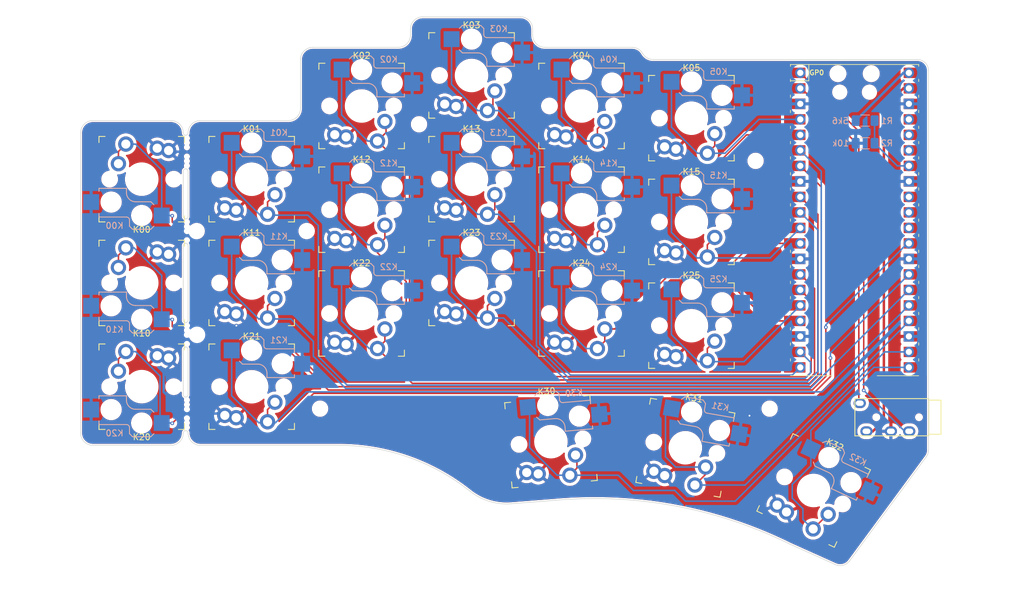
<source format=kicad_pcb>
(kicad_pcb (version 20240108) (generator "pcbnew") (generator_version "8.0")
  (title_block (rev "rev1.0"))
  (layers (0 "F.Cu" signal) (31 "B.Cu" signal) (34 "B.Paste" user) (35 "F.Paste" user) (36 "B.SilkS" user "B.Silkscreen") (37 "F.SilkS" user "F.Silkscreen") (38 "B.Mask" user) (39 "F.Mask" user) (44 "Edge.Cuts" user))
  (net 0 "")
  (net 1 "GND")
  (net 2 "/k00")
  (net 3 "/k01")
  (net 4 "/k02")
  (net 5 "/k03")
  (net 6 "/k04")
  (net 7 "/k05")
  (net 8 "/k10")
  (net 9 "/k11")
  (net 10 "/k12")
  (net 11 "/k13")
  (net 12 "/k14")
  (net 13 "/k15")
  (net 14 "/k20")
  (net 15 "/k21")
  (net 16 "/k22")
  (net 17 "/k23")
  (net 18 "/k24")
  (net 19 "/k25")
  (net 20 "/k30")
  (net 21 "/k31")
  (net 22 "/k32")
  (net 23 "rx")
  (net 24 "tx")
  (net 25 "VBUS")
  (net 26 "vbus_sense")
  (net 33 "VCC")
  (footprint "Socket:Kailh_ks27_mx_socket_PG1350_optional" (layer "F.Cu") (at 164 94)
    (property "Reference" "K25")
    (property "Value" "KEYSW")
  )
  (footprint "Socket:Kailh_ks27_mx_socket_PG1350_optional" (layer "F.Cu") (at 146 92)
    (property "Reference" "K24")
    (property "Value" "KEYSW")
  )
  (footprint "Socket:Kailh_ks27_mx_socket_PG1350_optional" (layer "F.Cu") (at 92 104)
    (property "Reference" "K21")
    (property "Value" "KEYSW")
  )
  (footprint "Socket:Kailh_ks27_mx_socket_PG1350_optional" (layer "F.Cu") (at 110 58)
    (property "Reference" "K02")
    (property "Value" "KEYSW")
  )
  (footprint "beekeeb_lib:MountingHole_2.2mm_M2-8mm" (layer "F.Cu") (at 103.2 107.6)
    (property "Reference" "H4" (hide yes))
    (property "Value" "MountingHole")
  )
  (footprint "Socket:Kailh_ks27_mx_socket_PG1350_optional" (layer "F.Cu") (at 74 87 180)
    (property "Reference" "K10")
    (property "Value" "KEYSW")
  )
  (footprint "RPi_Pico:RPi_Pico_SMD_TH" (layer "F.Cu") (at 190.7032 76.708)
    (property "Reference" "U2" (hide yes))
    (property "Value" "Pico")
  )
  (footprint "Socket:Kailh_ks27_mx_socket_PG1350_optional" (layer "F.Cu") (at 146 58)
    (property "Reference" "K04")
    (property "Value" "KEYSW")
  )
  (footprint "Socket:Kailh_ks27_mx_socket_PG1350_optional" (layer "F.Cu") (at 110 75)
    (property "Reference" "K12")
    (property "Value" "KEYSW")
  )
  (footprint "beekeeb_lib:MountingHole_2.2mm_M2-8mm" (layer "F.Cu") (at 174.5 67)
    (property "Reference" "H2" (hide yes))
    (property "Value" "MountingHole")
  )
  (footprint "Socket:Kailh_ks27_mx_socket_PG1350_optional" (layer "F.Cu") (at 141 113 5)
    (property "Reference" "K30")
    (property "Value" "KEYSW")
  )
  (footprint "beekeeb_lib:MountingHole_2.2mm_M2-8mm" (layer "F.Cu") (at 83 95.5)
    (property "Reference" "H4" (hide yes))
    (property "Value" "MountingHole")
  )
  (footprint "Socket:Kailh_ks27_mx_socket_PG1350_optional" (layer "F.Cu") (at 92 70)
    (property "Reference" "K01")
    (property "Value" "KEYSW")
  )
  (footprint "beekeeb_lib:mousebites_2" (layer "F.Cu") (at 81.4 78.5 90)
    (property "Reference" "MB1" (hide yes))
    (property "Value" "MountingHole" (hide yes))
  )
  (footprint "beekeeb_lib:mousebites_3" (layer "F.Cu") (at 81.4 108.4352 90)
    (property "Reference" "MB3" (hide yes))
    (property "Value" "MountingHole" (hide yes))
  )
  (footprint "beekeeb_lib:mousebites_2" (layer "F.Cu") (at 81.4 95.5 90)
    (property "Reference" "MB2" (hide yes))
    (property "Value" "MountingHole" (hide yes))
  )
  (footprint "Socket:Kailh_ks27_mx_socket_PG1350_optional" (layer "F.Cu") (at 146 75)
    (property "Reference" "K14")
    (property "Value" "KEYSW")
  )
  (footprint "Socket:Kailh_ks27_mx_socket_PG1350_optional" (layer "F.Cu") (at 128 87)
    (property "Reference" "K23")
    (property "Value" "KEYSW")
  )
  (footprint "Socket:Kailh_ks27_mx_socket_PG1350_optional" (layer "F.Cu") (at 128 53)
    (property "Reference" "K03")
    (property "Value" "KEYSW")
  )
  (footprint "beekeeb_lib:MountingHole_2.2mm_M2-8mm" (layer "F.Cu") (at 83 78.5)
    (property "Reference" "H4" (hide yes))
    (property "Value" "MountingHole")
  )
  (footprint "beekeeb_lib:MountingHole_2.2mm_M2-8mm" (layer "F.Cu") (at 119.4 61)
    (property "Reference" "H1" (hide yes))
    (property "Value" "MountingHole")
  )
  (footprint "Socket:Kailh_ks27_mx_socket_PG1350_optional" (layer "F.Cu") (at 110 92)
    (property "Reference" "K22")
    (property "Value" "KEYSW")
  )
  (footprint "Keebio-Parts:TRRS-PJ-320A" (layer "F.Cu") (at 202.85 109 -90)
    (property "Reference" "J1" (hide yes))
    (property "Value" "TRRS")
  )
  (footprint "Socket:Kailh_ks27_mx_socket_PG1350_optional" (layer "F.Cu") (at 164 77)
    (property "Reference" "K15")
    (property "Value" "KEYSW")
  )
  (footprint "beekeeb_lib:MountingHole_2.2mm_M2-8mm" (layer "F.Cu") (at 176.8 107.6)
    (property "Reference" "H3" (hide yes))
    (property "Value" "MountingHole")
  )
  (footprint "beekeeb_lib:MountingHole_2.2mm_M2-8mm" (layer "F.Cu") (at 101 78.5)
    (property "Reference" "H1" (hide yes))
    (property "Value" "MountingHole")
  )
  (footprint "Socket:Kailh_ks27_mx_socket_PG1350_optional" (layer "F.Cu") (at 184 121 -25)
    (property "Reference" "K32")
    (property "Value" "KEYSW")
  )
  (footprint "Socket:Kailh_ks27_mx_socket_PG1350_optional" (layer "F.Cu") (at 92 87)
    (property "Reference" "K11")
    (property "Value" "KEYSW")
  )
  (footprint "Socket:Kailh_ks27_mx_socket_PG1350_optional" (layer "F.Cu") (at 164 60)
    (property "Reference" "K05")
    (property "Value" "KEYSW")
  )
  (footprint "beekeeb_lib:mousebites_3" (layer "F.Cu") (at 81.4 65.5352 90)
    (property "Reference" "MB4" (hide yes))
    (property "Value" "MountingHole" (hide yes))
  )
  (footprint "Socket:Kailh_ks27_mx_socket_PG1350_optional" (layer "F.Cu") (at 74 104 180)
    (property "Reference" "K20")
    (property "Value" "KEYSW")
  )
  (footprint "Socket:Kailh_ks27_mx_socket_PG1350_optional" (layer "F.Cu") (at 128 70)
    (property "Reference" "K13")
    (property "Value" "KEYSW")
  )
  (footprint "Socket:Kailh_ks27_mx_socket_PG1350_optional" (layer "F.Cu") (at 74 70 180)
    (property "Reference" "K00")
    (property "Value" "KEYSW")
  )
  (footprint "Socket:Kailh_ks27_mx_socket_PG1350_optional" (layer "F.Cu") (at 163 114 -10)
    (property "Reference" "K31")
    (property "Value" "KEYSW")
  )
  (footprint "Resistor_SMD:R_1206_3216Metric_Pad1.30x1.75mm_HandSolder" (layer "B.Cu") (at 192.4304 64.1096 180)
    (property "Reference" "R2")
    (property "Value" "10k")
  )
  (footprint "Resistor_SMD:R_1206_3216Metric_Pad1.30x1.75mm_HandSolder" (layer "B.Cu") (at 192.4304 60.4012)
    (property "Reference" "R1")
    (property "Value" "5k6")
  )
  (gr_line (start 81.6 97.9) (end 81.6 105.3) (stroke (width 0.1)) (layer "Edge.Cuts"))
  (gr_arc (start 201 50.4) (mid 202.272792 50.927208) (end 202.8 52.2) (stroke (width 0.1)) (layer "Edge.Cuts"))
  (gr_line (start 98 60.4) (end 83.6 60.4) (stroke (width 0.1)) (layer "Edge.Cuts"))
  (gr_arc (start 100 50.4) (mid 100.585786 48.985786) (end 102 48.4) (stroke (width 0.1)) (layer "Edge.Cuts"))
  (gr_line (start 83.6 113.6) (end 106.5 113.6) (stroke (width 0.1)) (layer "Edge.Cuts"))
  (gr_line (start 189.949999 132.449999) (end 202.434044 115.487896) (stroke (width 0.1)) (layer "Edge.Cuts"))
  (gr_arc (start 134.5 123.175) (mid 130.930967 122.788889) (end 127.75 121.125) (stroke (width 0.1)) (layer "Edge.Cuts"))
  (gr_arc (start 118 45.4) (mid 118.585786 43.985786) (end 120 43.4) (stroke (width 0.1)) (layer "Edge.Cuts"))
  (gr_arc (start 78.8 60.4) (mid 80.214214 60.985786) (end 80.8 62.4) (stroke (width 0.1)) (layer "Edge.Cuts"))
  (gr_line (start 201 50.4) (end 157.750002 50.399998) (stroke (width 0.1)) (layer "Edge.Cuts"))
  (gr_line (start 118 45.4) (end 118 46.4) (stroke (width 0.1)) (layer "Edge.Cuts"))
  (gr_arc (start 81.6 62.4) (mid 81.2 62.8) (end 80.8 62.4) (stroke (width 0.1)) (layer "Edge.Cuts"))
  (gr_line (start 138 46.4) (end 138 45.4) (stroke (width 0.1)) (layer "Edge.Cuts"))
  (gr_line (start 81.6 68.7) (end 81.6 76.1) (stroke (width 0.1)) (layer "Edge.Cuts"))
  (gr_arc (start 81.6 93.1) (mid 81.2 93.5) (end 80.8 93.1) (stroke (width 0.1)) (layer "Edge.Cuts"))
  (gr_arc (start 80.8 111.6) (mid 81.2 111.2) (end 81.6 111.6) (stroke (width 0.1)) (layer "Edge.Cuts"))
  (gr_arc (start 81.6 76.1) (mid 81.2 76.5) (end 80.8 76.1) (stroke (width 0.1)) (layer "Edge.Cuts"))
  (gr_arc (start 80.8 111.6) (mid 80.214214 113.014214) (end 78.8 113.6) (stroke (width 0.1)) (layer "Edge.Cuts"))
  (gr_line (start 80.8 97.9) (end 80.8 105.3) (stroke (width 0.1)) (layer "Edge.Cuts"))
  (gr_arc (start 202.8 114.4) (mid 202.70606 114.973899) (end 202.434044 115.487896) (stroke (width 0.1)) (layer "Edge.Cuts"))
  (gr_line (start 100 50.4) (end 100 58.4) (stroke (width 0.1)) (layer "Edge.Cuts"))
  (gr_arc (start 80.8 68.7) (mid 81.2 68.3) (end 81.6 68.7) (stroke (width 0.1)) (layer "Edge.Cuts"))
  (gr_line (start 78.8 60.4) (end 66 60.4) (stroke (width 0.1)) (layer "Edge.Cuts"))
  (gr_line (start 66 113.6) (end 78.8 113.6) (stroke (width 0.1)) (layer "Edge.Cuts"))
  (gr_arc (start 136 43.4) (mid 137.414214 43.985786) (end 138 45.4) (stroke (width 0.1)) (layer "Edge.Cuts"))
  (gr_arc (start 118 46.4) (mid 117.414214 47.814214) (end 116 48.4) (stroke (width 0.1)) (layer "Edge.Cuts"))
  (gr_arc (start 66 113.6) (mid 64.585786 113.014214) (end 64 111.6) (stroke (width 0.1)) (layer "Edge.Cuts"))
  (gr_line (start 202.8 114.4) (end 202.8 113.2) (stroke (width 0.1)) (layer "Edge.Cuts"))
  (gr_line (start 141.8 122.600001) (end 134.5 123.175) (stroke (width 0.1)) (layer "Edge.Cuts"))
  (gr_line (start 180.129399 129.8) (end 187.513868 133.121447) (stroke (width 0.1)) (layer "Edge.Cuts"))
  (gr_arc (start 83.6 113.6) (mid 82.185786 113.014214) (end 81.6 111.6) (stroke (width 0.1)) (layer "Edge.Cuts"))
  (gr_arc (start 140 48.4) (mid 138.585786 47.814214) (end 138 46.4) (stroke (width 0.1)) (layer "Edge.Cuts"))
  (gr_line (start 80.8 68.7) (end 80.8 76.1) (stroke (width 0.1)) (layer "Edge.Cuts"))
  (gr_arc (start 157.750002 50.399998) (mid 156.742216 50.132373) (end 156 49.4) (stroke (width 0.1)) (layer "Edge.Cuts"))
  (gr_line (start 64 62.4) (end 64 111.6) (stroke (width 0.1)) (layer "Edge.Cuts"))
  (gr_arc (start 80.8 97.9) (mid 81.2 97.5) (end 81.6 97.9) (stroke (width 0.1)) (layer "Edge.Cuts"))
  (gr_line (start 80.8 80.9) (end 80.8 93.1) (stroke (width 0.1)) (layer "Edge.Cuts"))
  (gr_arc (start 80.8 80.9) (mid 81.2 80.5) (end 81.6 80.9) (stroke (width 0.1)) (layer "Edge.Cuts"))
  (gr_line (start 136 43.4) (end 120 43.4) (stroke (width 0.1)) (layer "Edge.Cuts"))
  (gr_arc (start 64 62.4) (mid 64.585786 60.985786) (end 66 60.4) (stroke (width 0.1)) (layer "Edge.Cuts"))
  (gr_arc (start 106.5 113.600001) (mid 117.756229 115.57996) (end 127.75 121.125) (stroke (width 0.1)) (layer "Edge.Cuts"))
  (gr_line (start 116 48.4) (end 102 48.4) (stroke (width 0.1)) (layer "Edge.Cuts"))
  (gr_arc (start 154.3 48.4) (mid 155.286154 48.668538) (end 156 49.4) (stroke (width 0.1)) (layer "Edge.Cuts"))
  (gr_line (start 81.6 80.9) (end 81.6 93.1) (stroke (width 0.1)) (layer "Edge.Cuts"))
  (gr_line (start 202.8 113.2) (end 202.8 52.2) (stroke (width 0.1)) (layer "Edge.Cuts"))
  (gr_arc (start 81.6 105.3) (mid 81.2 105.7) (end 80.8 105.3) (stroke (width 0.1)) (layer "Edge.Cuts"))
  (gr_arc (start 100 58.4) (mid 99.414214 59.814214) (end 98 60.4) (stroke (width 0.1)) (layer "Edge.Cuts"))
  (gr_arc (start 81.6 62.4) (mid 82.185786 60.985786) (end 83.6 60.4) (stroke (width 0.1)) (layer "Edge.Cuts"))
  (gr_arc (start 189.949999 132.449999) (mid 188.858511 133.244969) (end 187.513868 133.121447) (stroke (width 0.1)) (layer "Edge.Cuts"))
  (gr_line (start 154.3 48.4) (end 140 48.4) (stroke (width 0.1)) (layer "Edge.Cuts"))
  (gr_arc (start 141.8 122.600001) (mid 161.459797 123.564333) (end 180.129399 129.8) (stroke (width 0.1)) (layer "Edge.Cuts"))
  (segment (start 199.5932 95.758) (end 198.3432 95.758) (width 0.4) (layer "F.Cu") (net 1))
  (segment (start 198.3432 95.758) (end 196.65 97.4512) (width 0.4) (layer "F.Cu") (net 1))
  (segment (start 196.65 97.4512) (end 196.65 111.3) (width 0.4) (layer "F.Cu") (net 1))
  (via (at 89.5 94) (size 0.6) (drill 0.3) (layers "F.Cu" "B.Cu") (net 1))
  (via (at 173.5 108.75) (size 0.6) (drill 0.3) (layers "F.Cu" "B.Cu") (net 1))
  (segment (start 84 67.2) (end 84 70.8) (width 0.4) (layer "B.Cu") (net 1))
  (segment (start 87 107.8) (end 86.4 108.4) (width 0.4) (layer "B.Cu") (net 1))
  (segment (start 86.4 108.4) (end 81.125527 108.4) (width 0.4) (layer "B.Cu") (net 1))
  (segment (start 84 70.8) (end 87 73.8) (width 0.4) (layer "B.Cu") (net 1))
  (segment (start 82.3 65.5) (end 84 67.2) (width 0.4) (layer "B.Cu") (net 1))
  (segment (start 79.7 65.5) (end 82.3 65.5) (width 0.4) (layer "B.Cu") (net 1))
  (segment (start 77.6 101.6) (end 79 100.2) (width 0.4) (layer "B.Cu") (net 1))
  (segment (start 79 66.2) (end 79.7 65.5) (width 0.4) (layer "B.Cu") (net 1))
  (segment (start 77.6 104.874473) (end 77.6 101.6) (width 0.4) (layer "B.Cu") (net 1))
  (segment (start 81.125527 108.4) (end 77.6 104.874473) (width 0.4) (layer "B.Cu") (net 1))
  (segment (start 183.532555 103.999081) (end 185.249999 102.281637) (width 0.25) (layer "F.Cu") (net 2))
  (segment (start 185.249999 102.281637) (end 185.25 71.2548) (width 0.25) (layer "F.Cu") (net 2))
  (segment (start 81.658686 79.375479) (end 82.1 79.816793) (width 0.25) (layer "F.Cu") (net 2))
  (segment (start 70.19 65.46) (end 71.4 64.25) (width 0.25) (layer "F.Cu") (net 2))
  (segment (start 79 77) (end 81.375479 79.375479) (width 0.25) (layer "F.Cu") (net 2))
  (segment (start 79 76) (end 79 77) (width 0.25) (layer "F.Cu") (net 2))
  (segment (start 95.601649 94.824511) (end 104.776219 103.999081) (width 0.25) (layer "F.Cu") (net 2))
  (segment (start 82.1 91.5) (end 85.424511 94.824511) (width 0.25) (layer "F.Cu") (net 2))
  (segment (start 104.776219 103.999081) (end 183.532555 103.999081) (width 0.25) (layer "F.Cu") (net 2))
  (segment (start 70.19 67.46) (end 70.19 65.46) (width 0.25) (layer "F.Cu") (net 2))
  (segment (start 185.25 71.2548) (end 181.8132 67.818) (width 0.25) (layer "F.Cu") (net 2))
  (segment (start 82.1 79.816793) (end 82.1 91.5) (width 0.25) (layer "F.Cu") (net 2))
  (segment (start 81.375479 79.375479) (end 81.658686 79.375479) (width 0.25) (layer "F.Cu") (net 2))
  (segment (start 85.424511 94.824511) (end 95.601649 94.824511) (width 0.25) (layer "F.Cu") (net 2))
  (via (at 79 76) (size 0.6) (drill 0.3) (layers "F.Cu" "B.Cu") (net 2))
  (segment (start 78.95 75.95) (end 77.275 75.95) (width 0.25) (layer "B.Cu") (net 2))
  (segment (start 71.4 64.25) (end 73 64.25) (width 0.25) (layer "B.Cu") (net 2))
  (segment (start 77.275 68.525) (end 77.275 75.95) (width 0.25) (layer "B.Cu") (net 2))
  (segment (start 79 76) (end 78.95 75.95) (width 0.25) (layer "B.Cu") (net 2))
  (segment (start 73 64.25) (end 77.275 68.525) (width 0.25) (layer "B.Cu") (net 2))
  (segment (start 94.6 75.75) (end 94.6 73.75) (width 0.25) (layer "F.Cu") (net 3))
  (segment (start 94.6 73.75) (end 95.81 72.54) (width 0.25) (layer "F.Cu") (net 3))
  (segment (start 181.8132 65.278) (end 185.25 68.7148) (width 0.25) (layer "B.Cu") (net 3))
  (segment (start 101.2 75.9) (end 93.4 75.9) (width 0.25) (layer "B.Cu") (net 3))
  (segment (start 88.725 71.225) (end 88.725 64.05) (width 0.25) (layer "B.Cu") (net 3))
  (segment (start 183.204543 103.749519) (end 107.626657 103.749519) (width 0.25) (layer "B.Cu") (net 3))
  (segment (start 185.25 68.7148) (end 185.25 101.704062) (width 0.25) (layer "B.Cu") (net 3))
  (segment (start 102.9 77.6) (end 101.2 75.9) (width 0.25) (layer "B.Cu") (net 3))
  (segment (start 102.9 99.022862) (end 102.9 77.6) (width 0.25) (layer "B.Cu") (net 3))
  (segment (start 93.4 75.9) (end 88.725 71.225) (width 0.25) (layer "B.Cu") (net 3))
  (segment (start 107.626657 103.749519) (end 102.9 99.022862) (width 0.25) (layer "B.Cu") (net 3))
  (segment (start 185.25 101.704062) (end 183.204543 103.749519) (width 0.25) (layer "B.Cu") (net 3))
  (segment (start 117.84952 96.34952) (end 123.850521 102.350521) (width 0.25) (layer "F.Cu") (net 4))
  (segment (start 182.849701 102.350521) (end 183.600111 101.600111) (width 0.25) (layer "F.Cu") (net 4))
  (segment (start 117.84952 68.99952) (end 117.84952 96.34952) (width 0.25) (layer "F.Cu") (net 4))
  (segment (start 183.60144 89.92624) (end 181.8132 88.138) (width 0.25) (layer "F.Cu") (net 4))
  (segment (start 111.43684 63.9) (end 112.75 63.9) (width 0.25) (layer "F.Cu") (net 4))
  (segment (start 123.850521 102.350521) (end 182.849701 102.350521) (width 0.25) (layer "F.Cu") (net 4))
  (segment (start 114 60.73) (end 113.81 60.54) (width 0.25) (layer "F.Cu") (net 4))
  (segment (start 112.75 63.9) (end 117.84952 68.99952) (width 0.25) (layer "F.Cu") (net 4))
  (segment (start 183.60144 101.590008) (end 183.60144 89.92624) (width 0.25) (layer "F.Cu") (net 4))
  (segment (start 112.6 63.75) (end 114 62.35) (width 0.25) (layer "F.Cu") (net 4))
  (segment (start 114 62.35) (end 114 60.73) (width 0.25) (layer "F.Cu") (net 4))
  (segment (start 106.725 52.05) (end 106.725 59.475) (width 0.25) (layer "B.Cu") (net 4))
  (segment (start 111 63.75) (end 112.6 63.75) (width 0.25) (layer "B.Cu") (net 4))
  (segment (start 106.725 59.475) (end 111 63.75) (width 0.25) (layer "B.Cu") (net 4))
  (segment (start 131.5 57.85) (end 131.5 55.85) (width 0.25) (layer "F.Cu") (net 5))
  (segment (start 131.5 55.85) (end 131.81 55.54) (width 0.25) (layer "F.Cu") (net 5))
  (segment (start 130.6 58.75) (end 131.5 57.85) (width 0.25) (layer "F.Cu") (net 5))
  (segment (start 181.762 100.838) (end 181.8132 100.838) (width 0.25) (layer "B.Cu") (net 5))
  (segment (start 132.424022 58.75) (end 139.175479 65.501457) (width 0.25) (layer "B.Cu") (net 5))
  (segment (start 139.175479 97.075479) (end 144.2 102.1) (width 0.25) (layer "B.Cu") (net 5))
  (segment (start 130.6 58.75) (end 132.424022 58.75) (width 0.25) (layer "B.Cu") (net 5))
  (segment (start 180.5 102.1) (end 181.762 100.838) (width 0.25) (layer "B.Cu") (net 5))
  (segment (start 129 58.75) (end 130.6 58.75) (width 0.25) (layer "B.Cu") (net 5))
  (segment (start 124.725 54.475) (end 129 58.75) (width 0.25) (layer "B.Cu") (net 5))
  (segment (start 144.2 102.1) (end 180.5 102.1) (width 0.25) (layer "B.Cu") (net 5))
  (segment (start 124.725 47.05) (end 124.725 54.475) (width 0.25) (layer "B.Cu") (net 5))
  (segment (start 139.175479 65.501457) (end 139.175479 97.075479) (width 0.25) (layer "B.Cu") (net 5))
  (segment (start 167.5 68.25) (end 153.1 68.25) (width 0.25) (layer "F.Cu") (net 6))
  (segment (start 181.8132 62.738) (end 173.012 62.738) (width 0.25) (layer "F.Cu") (net 6))
  (segment (start 153.1 68.25) (end 148.6 63.75) (width 0.25) (layer "F.Cu") (net 6))
  (segment (start 148.6 61.75) (end 149.81 60.54) (width 0.25) (layer "F.Cu") (net 6))
  (segment (start 148.6 63.75) (end 148.6 61.75) (width 0.25) (layer "F.Cu") (net 6))
  (segment (start 173.012 62.738) (end 167.5 68.25) (width 0.25) (layer "F.Cu") (net 6))
  (segment (start 181.3012 63.25) (end 181.8132 62.738) (width 0.25) (layer "F.Cu") (net 6))
  (segment (start 142.725 59.725) (end 146.75 63.75) (width 0.25) (layer "B.Cu") (net 6))
  (segment (start 142.725 52.05) (end 142.725 59.725) (width 0.25) (layer "B.Cu") (net 6))
  (segment (start 146.75 63.75) (end 148.6 63.75) (width 0.25) (layer "B.Cu") (net 6))
  (segment (start 166.6 65.75) (end 167.81 64.54) (width 0.25) (layer "F.Cu") (net 7))
  (segment (start 167.81 64.54) (end 167.81 63.8) (width 0.25) (layer "F.Cu") (net 7))
  (segment (start 160.725 54.05) (end 160.725 61.475) (width 0.25) (layer "B.Cu") (net 7))
  (segment (start 169.5 65.75) (end 175.052 60.198) (width 0.25) (layer "B.Cu") (net 7))
  (segment (start 175.052 60.198) (end 181.8132 60.198) (width 0.25) (layer "B.Cu") (net 7))
  (segment (start 160.725 61.475) (end 165 65.75) (width 0.25) (layer "B.Cu") (net 7))
  (segment (start 166.6 65.75) (end 169.5 65.75) (width 0.25) (layer "B.Cu") (net 7))
  (segment (start 165 65.75) (end 166.6 65.75) (width 0.25) (layer "B.Cu") (net 7))
  (segment (start 70.19 84.46) (end 70.19 82.46) (width 0.25) (layer "F.Cu") (net 8))
  (segment (start 95.424521 95.424521) (end 104.548601 104.548601) (width 0.25) (layer "F.Cu") (net 8))
  (segment (start 81.664711 96.2) (end 82.489232 97.024521) (width 0.25) (layer "F.Cu") (net 8))
  (segment (start 81.1 96.2) (end 81.664711 96.2) (width 0.25) (layer "F.Cu") (net 8))
  (segment (start 104.548601 104.548601) (end 183.760173 104.548601) (width 0.25) (layer "F.Cu") (net 8))
  (segment (start 183.760173 104.548601) (end 183.854387 104.454387) (width 0.25) (layer "F.Cu") (net 8))
  (segment (start 186 102.308774) (end 183.854387 104.454387) (width 0.25) (layer "F.Cu") (net 8))
  (segment (start 79 94.1) (end 81.1 96.2) (width 0.25) (layer "F.Cu") (net 8))
  (segment (start 79 93) (end 79 94.1) (width 0.25) (layer "F.Cu") (net 8))
  (segment (start 183.854387 104.454387) (end 183.779387 104.529387) (width 0.25) (layer "F.Cu") (net 8))
  (segment (start 186 94.25) (end 186 102.3) (width 0.25) (layer "F.Cu") (net 8))
  (segment (start 84.531478 97.024521) (end 86.131478 95.424521) (width 0.25) (layer "F.Cu") (net 8))
  (segment (start 86.131478 95.424521) (end 95.424521 95.424521) (width 0.25) (layer "F.Cu") (net 8))
  (segment (start 186 102.3) (end 186 102.308774) (width 0.25) (layer "F.Cu") (net 8))
  (segment (start 82.489232 97.024521) (end 84.531478 97.024521) (width 0.25) (layer "F.Cu") (net 8))
  (segment (start 70.19 82.46) (end 71.4 81.25) (width 0.25) (layer "F.Cu") (net 8))
  (via (at 186 94.25) (size 0.6) (drill 0.3) (layers "F.Cu" "B.Cu") (net 8))
  (via (at 79 93) (size 0.6) (drill 0.3) (layers "F.Cu" "B.Cu") (net 8))
  (segment (start 186 93.860769) (end 199.342769 80.518) (width 0.25) (layer "B.Cu") (net 8))
  (segment (start 79 93) (end 78.95 92.95) (width 0.25) (layer "B.Cu") (net 8))
  (segment (start 77.275 85.775) (end 72.75 81.25) (width 0.25) (layer "B.Cu") (net 8))
  (segment (start 186 94.25) (end 186 93.860769) (width 0.25) (layer "B.Cu") (net 8))
  (segment (start 199.342769 80.518) (end 199.5932 80.518) (width 0.25) (layer "B.Cu") (net 8))
  (segment (start 72.75 81.25) (end 71.4 81.25) (width 0.25) (layer "B.Cu") (net 8))
  (segment (start 77.275 92.95) (end 77.275 85.775) (width 0.25) (layer "B.Cu") (net 8))
  (segment (start 78.95 92.95) (end 77.275 92.95) (width 0.25) (layer "B.Cu") (net 8))
  (segment (start 94.6 90.75) (end 95.81 89.54) (width 0.25) (layer "F.Cu") (net 9))
  (segment (start 94.6 92.75) (end 94.6 90.75) (width 0.25) (layer "F.Cu") (net 9))
  (segment (start 183.43216 104.29904) (end 199.5932 88.138) (width 0.25) (layer "B.Cu") (net 9))
  (segment (start 102.1 96.577138) (end 102.1 99) (width 0.25) (layer "B.Cu") (net 9))
  (segment (start 102.1 99) (end 107.39904 104.29904) (width 0.25) (layer "B.Cu") (net 9))
  (segment (start 88.725 88.475) (end 93.15 92.9) (width 0.25) (layer "B.Cu") (net 9))
  (segment (start 93.15 92.9) (end 98.422862 92.9) (width 0.25) (layer "B.Cu") (net 9))
  (segment (start 107.39904 104.29904) (end 183.43216 104.29904) (width 0.25) (layer "B.Cu") (net 9))
  (segment (start 98.422862 92.9) (end 102.1 96.577138) (width 0.25) (layer "B.Cu") (net 9))
  (segment (start 88.725 81.05) (end 88.725 88.475) (width 0.25) (layer "B.Cu") (net 9))
  (segment (start 112.6 82.06316) (end 117.3 86.76316) (width 0.25) (layer "F.Cu") (net 10))
  (segment (start 181.822222 85.598) (end 181.8132 85.598) (width 0.25) (layer "F.Cu") (net 10))
  (segment (start 117.3 86.76316) (end 117.3 96.9) (width 0.25) (layer "F.Cu") (net 10))
  (segment (start 112.6 80.75) (end 112.6 82.06316) (width 0.25) (layer "F.Cu") (net 10))
  (segment (start 112.75 80.75) (end 113.81 79.69) (width 0.25) (layer "F.Cu") (net 10))
  (segment (start 184.15096 87.926738) (end 181.822222 85.598) (width 0.25) (layer "F.Cu") (net 10))
  (segment (start 123.300041 102.900041) (end 183.077319 102.900041) (width 0.25) (layer "F.Cu") (net 10))
  (segment (start 183.077319 102.900041) (end 184.15096 101.8264) (width 0.25) (layer "F.Cu") (net 10))
  (segment (start 113.81 79.69) (end 113.81 77.54) (width 0.25) (layer "F.Cu") (net 10))
  (segment (start 184.15096 101.8264) (end 184.15096 87.926738) (width 0.25) (layer "F.Cu") (net 10))
  (segment (start 117.3 96.9) (end 123.300041 102.900041) (width 0.25) (layer "F.Cu") (net 10))
  (segment (start 112.6 80.75) (end 112.75 80.75) (width 0.25) (layer "F.Cu") (net 10))
  (segment (start 111.05 80.75) (end 112.6 80.75) (width 0.25) (layer "B.Cu") (net 10))
  (segment (start 106.725 76.425) (end 111.05 80.75) (width 0.25) (layer "B.Cu") (net 10))
  (segment (start 106.725 69.05) (end 106.725 76.425) (width 0.25) (layer "B.Cu") (net 10))
  (segment (start 131.81 74.94) (end 131.81 72.54) (width 0.25) (layer "F.Cu") (net 11))
  (segment (start 130.6 75.75) (end 131 75.75) (width 0.25) (layer "F.Cu") (net 11))
  (segment (start 131 75.75) (end 131.81 74.94) (width 0.25) (layer "F.Cu") (net 11))
  (segment (start 183.5 101.75) (end 183.5 99.9848) (width 0.25) (layer "B.Cu") (net 11))
  (segment (start 138.62596 97.303098) (end 143.972382 102.64952) (width 0.25) (layer "B.Cu") (net 11))
  (segment (start 129 75.75) (end 130.6 75.75) (width 0.25) (layer "B.Cu") (net 11))
  (segment (start 160.7 102.64952) (end 182.60048 102.64952) (width 0.25) (layer "B.Cu") (net 11))
  (segment (start 182.60048 102.64952) (end 183.5 101.75) (width 0.25) (layer "B.Cu") (net 11))
  (segment (start 124.725 71.475) (end 129 75.75) (width 0.25) (layer "B.Cu") (net 11))
  (segment (start 132.424022 75.75) (end 138.625959 81.951937) (width 0.25) (layer "B.Cu") (net 11))
  (segment (start 183.5 99.9848) (end 181.8132 98.298) (width 0.25) (layer "B.Cu") (net 11))
  (segment (start 138.625959 81.951937) (end 138.62596 97.303098) (width 0.25) (layer "B.Cu") (net 11))
  (segment (start 143.972382 102.64952) (end 160.626418 102.64952) (width 0.25) (layer "B.Cu") (net 11))
  (segment (start 130.6 75.75) (end 132.424022 75.75) (width 0.25) (layer "B.Cu") (net 11))
  (segment (start 124.725 64.05) (end 124.725 71.475) (width 0.25) (layer "B.Cu") (net 11))
  (segment (start 148.6 80.75) (end 148.6 78.75) (width 0.25) (layer "F.Cu") (net 12))
  (segment (start 173.982 80.518) (end 169.5 85) (width 0.25) (layer "F.Cu") (net 12))
  (segment (start 169.5 85) (end 152.85 85) (width 0.25) (layer "F.Cu") (net 12))
  (segment (start 181.8132 80.518) (end 173.982 80.518) (width 0.25) (layer "F.Cu") (net 12))
  (segment (start 152.85 85) (end 148.6 80.75) (width 0.25) (layer "F.Cu") (net 12))
  (segment (start 148.6 78.75) (end 149.81 77.54) (width 0.25) (layer "F.Cu") (net 12))
  (segment (start 142.725 69.05) (end 142.725 76.475) (width 0.25) (layer "B.Cu") (net 12))
  (segment (start 142.725 76.475) (end 147 80.75) (width 0.25) (layer "B.Cu") (net 12))
  (segment (start 147 80.75) (end 148.6 80.75) (width 0.25) (layer "B.Cu") (net 12))
  (segment (start 166.6 80.75) (end 167.81 79.54) (width 0.25) (layer "F.Cu") (net 13))
  (segment (start 166.6 82.75) (end 166.6 80.75) (width 0.25) (layer "F.Cu") (net 13))
  (segment (start 160.725 78.725) (end 164.9 82.9) (width 0.25) (layer "B.Cu") (net 13))
  (segment (start 160.725 71.05) (end 160.725 78.725) (width 0.25) (layer "B.Cu") (net 13))
  (segment (start 176.8912 82.9) (end 181.8132 77.978) (width 0.25) (layer "B.Cu") (net 13))
  (segment (start 164.9 82.9) (end 176.8912 82.9) (width 0.25) (layer "B.Cu") (net 13))
  (segment (start 84.4 108.4) (end 87.8 111.8) (width 0.25) (layer "F.Cu") (net 14))
  (segment (start 70.19 99.46) (end 71.4 98.25) (width 0.25) (layer "F.Cu") (net 14))
  (segment (start 70.19 101.46) (end 70.19 99.46) (width 0.25) (layer "F.Cu") (net 14))
  (segment (start 87.8 111.8) (end 95.45 111.8) (width 0.25) (layer "F.Cu") (net 14))
  (segment (start 102.151879 105.098121) (end 183.987791 105.098121) (width 0.25) (layer "F.Cu") (net 14))
  (segment (start 95.45 111.8) (end 102.151879 105.098121) (width 0.25) (layer "F.Cu") (net 14))
  (segment (start 183.987791 105.098121) (end 186.75 102.335912) (width 0.25) (layer "F.Cu") (net 14))
  (segment (start 79 110) (end 80.6 108.4) (width 0.25) (layer "F.Cu") (net 14))
  (segment (start 186.75 102.335912) (end 186.75 99.3) (width 0.25) (layer "F.Cu") (net 14))
  (segment (start 80.6 108.4) (end 84.4 108.4) (width 0.25) (layer "F.Cu") (net 14))
  (via (at 186.75 99.3) (size 0.6) (drill 0.3) (layers "F.Cu" "B.Cu") (net 14))
  (via (at 79 110) (size 0.6) (drill 0.3) (layers "F.Cu" "B.Cu") (net 14))
  (segment (start 73 98.25) (end 71.4 98.25) (width 0.25) (layer "B.Cu") (net 14))
  (segment (start 79 110) (end 78.95 109.95) (width 0.25) (layer "B.Cu") (net 14))
  (segment (start 78.95 109.95) (end 77.275 109.95) (width 0.25) (layer "B.Cu") (net 14))
  (segment (start 186.75 98.4412) (end 199.5932 85.598) (width 0.25) (layer "B.Cu") (net 14))
  (segment (start 77 109.675) (end 77 102.25) (width 0.25) (layer "B.Cu") (net 14))
  (segment (start 77.275 109.95) (end 77 109.675) (width 0.25) (layer "B.Cu") (net 14))
  (segment (start 186.75 99.3) (end 186.75 98.4412) (width 0.25) (layer "B.Cu") (net 14))
  (segment (start 77 102.25) (end 73 98.25) (width 0.25) (layer "B.Cu") (net 14))
  (segment (start 94.6 109.75) (end 94.6 107.75) (width 0.25) (layer "F.Cu") (net 15))
  (segment (start 94.6 107.75) (end 95.81 106.54) (width 0.25) (layer "F.Cu") (net 15))
  (segment (start 93.15 109.9) (end 95.9 109.9) (width 0.25) (layer "B.Cu") (net 15))
  (segment (start 88.725 105.475) (end 93.15 109.9) (width 0.25) (layer "B.Cu") (net 15))
  (segment (start 88.725 98.05) (end 88.725 105.475) (width 0.25) (layer "B.Cu") (net 15))
  (segment (start 95.9 109.9) (end 100.95144 104.84856) (width 0.25) (layer "B.Cu") (net 15))
  (segment (start 185.42264 104.84856) (end 199.5932 90.678) (width 0.25) (layer "B.Cu") (net 15))
  (segment (start 100.95144 104.84856) (end 185.42264 104.84856) (width 0.25) (layer "B.Cu") (net 15))
  (segment (start 112.75 97.9) (end 118.299561 103.449561) (width 0.25) (layer "F.Cu") (net 16))
  (segment (start 118.299561 103.449561) (end 183.304937 103.449561) (width 0.25) (layer "F.Cu") (net 16))
  (segment (start 184.70048 102.054018) (end 184.70048 75.78528) (width 0.25) (layer "F.Cu") (net 16))
  (segment (start 113.81 96.54) (end 113.81 94.54) (width 0.25) (layer "F.Cu") (net 16))
  (segment (start 183.304937 103.449561) (end 184.70048 102.054018) (width 0.25) (layer "F.Cu") (net 16))
  (segment (start 112.6 97.75) (end 113.81 96.54) (width 0.25) (layer "F.Cu") (net 16))
  (segment (start 184.70048 75.78528) (end 181.8132 72.898) (width 0.25) (layer "F.Cu") (net 16))
  (segment (start 106.725 86.05) (end 106.725 93.225) (width 0.25) (layer "B.Cu") (net 16))
  (segment (start 106.725 93.225) (end 111.25 97.75) (width 0.25) (layer "B.Cu") (net 16))
  (segment (start 111.25 97.75) (end 112.6 97.75) (width 0.25) (layer "B.Cu") (net 16))
  (segment (start 130.6 92.75) (end 130.6 90.75) (width 0.25) (layer "F.Cu") (net 17))
  (segment (start 130.6 90.75) (end 131.81 89.54) (width 0.25) (layer "F.Cu") (net 17))
  (segment (start 124.725 81.05) (end 124.725 88.475) (width 0.25) (layer "B.Cu") (net 17))
  (segment (start 182.976924 103.2) (end 184.70048 101.476444) (width 0.25) (layer "B.Cu") (net 17))
  (segment (start 184.70048 78.32528) (end 181.8132 75.438) (width 0.25) (layer "B.Cu") (net 17))
  (segment (start 124.725 88.475) (end 129 92.75) (width 0.25) (layer "B.Cu") (net 17))
  (segment (start 130.6 92.75) (end 133.25 92.75) (width 0.25) (layer "B.Cu") (net 17))
  (segment (start 184.70048 101.476444) (end 184.70048 78.32528) (width 0.25) (layer "B.Cu") (net 17))
  (segment (start 143.7 103.2) (end 182.976924 103.2) (width 0.25) (layer "B.Cu") (net 17))
  (segment (start 133.25 92.75) (end 143.7 103.2) (width 0.25) (layer "B.Cu") (net 17))
  (segment (start 129 92.75) (end 130.6 92.75) (width 0.25) (layer "B.Cu") (net 17))
  (segment (start 149.81 94.54) (end 149.81 96.54) (width 0.25) (layer "F.Cu") (net 18))
  (segment (start 169 85.75) (end 160.25 85.75) (width 0.25) (layer "F.Cu") (net 18))
  (segment (start 181.8132 93.218) (end 176.468 93.218) (width 0.25) (layer "F.Cu") (net 18))
  (segment (start 160.25 85.75) (end 151.46 94.54) (width 0.25) (layer "F.Cu") (net 18))
  (segment (start 176.468 93.218) (end 169 85.75) (width 0.25) (layer "F.Cu") (net 18))
  (segment (start 151.46 94.54) (end 149.81 94.54) (width 0.25) (layer "F.Cu") (net 18))
  (segment (start 149.81 96.54) (end 148.6 97.75) (width 0.25) (layer "F.Cu") (net 18))
  (segment (start 142.725 86.05) (end 142.725 93.725) (width 0.25) (layer "B.Cu") (net 18))
  (segment (start 146.75 97.75) (end 148.6 97.75) (width 0.25) (layer "B.Cu") (net 18))
  (segment (start 142.725 93.725) (end 146.75 97.75) (width 0.25) (layer "B.Cu") (net 18))
  (segment (start 166.6 97.75) (end 167.81 96.54) (width 0.25) (layer "F.Cu") (net 19))
  (segment (start 166.6 99.75) (end 166.6 97.75) (width 0.25) (layer "F.Cu") (net 19))
  (segment (start 160.725 95.475) (end 165.15 99.9) (width 0.25) (layer "B.Cu") (net 19))
  (segment (start 172.5912 99.9) (end 181.8132 90.678) (width 0.25) (layer "B.Cu") (net 19))
  (segment (start 165.15 99.9) (end 172.5912 99.9) (width 0.25) (layer "B.Cu") (net 19))
  (segment (start 160.725 88.05) (end 160.725 95.475) (width 0.25) (layer "B.Cu") (net 19))
  (segment (start 144.091252 118.501515) (end 145.25 117.342767) (width 0.25) (layer "F.Cu") (net 20))
  (segment (start 145.25 115.431394) (end 145.016877 115.198271) (width 0.25) (layer "F.Cu") (net 20))
  (segment (start 145.25 117.342767) (end 145.25 115.431394) (width 0.25) (layer "F.Cu") (net 20))
  (segment (start 161.25 121) (end 163 122.75) (width 0.25) (layer "B.Cu") (net 20))
  (segment (start 171.172862 122.75) (end 195.624862 98.298) (width 0.25) (layer "B.Cu") (net 20))
  (segment (start 144.091252 118.501515) (end 152.001515 118.501515) (width 0.25) (layer "B.Cu") (net 20))
  (segment (start 195.624862 98.298) (end 199.5932 98.298) (width 0.25) (layer "B.Cu") (net 20))
  (segment (start 142.001515 118.501515) (end 137.5 114) (width 0.25) (layer "B.Cu") (net 20))
  (segment (start 154.5 121) (end 161.25 121) (width 0.25) (layer "B.Cu") (net 20))
  (segment (start 163 122.75) (end 171.172862 122.75) (width 0.25) (layer "B.Cu") (net 20))
  (segment (start 137.5 107.639191) (end 137.218886 107.358077) (width 0.25) (layer "B.Cu") (net 20))
  (segment (start 152.001515 118.501515) (end 154.5 121) (width 0.25) (layer "B.Cu") (net 20))
  (segment (start 144.091252 118.501515) (end 142.001515 118.501515) (width 0.25) (layer "B.Cu") (net 20))
  (segment (start 137.5 114) (end 137.5 107.639191) (width 0.25) (layer "B.Cu") (net 20))
  (segment (start 164.562023 120.11413) (end 166.311051 118.365102) (width 0.25) (layer "F.Cu") (net 21))
  (segment (start 166.311051 118.365102) (end 166.311051 117.163011) (width 0.25) (layer "F.Cu") (net 21))
  (segment (start 199.5932 93.3068) (end 172.78587 120.11413) (width 0.25) (layer "B.Cu") (net 21))
  (segment (start 159.75 108.629657) (end 160.807961 107.571696) (width 0.25) (layer "B.Cu") (net 21))
  (segment (start 161.413011 117.163011) (end 159.75 115.5) (width 0.25) (layer "B.Cu") (net 21))
  (segment (start 172.78587 120.11413) (end 164.562023 120.11413) (width 0.25) (layer "B.Cu") (net 21))
  (segment (start 199.5932 93.218) (end 199.5932 93.3068) (width 0.25) (layer "B.Cu") (net 21))
  (segment (start 166.311051 117.163011) (end 161.413011 117.163011) (width 0.25) (layer "B.Cu") (net 21))
  (segment (start 159.75 115.5) (end 159.75 108.629657) (width 0.25) (layer "B.Cu") (net 21))
  (segment (start 186.324225 124.912197) (end 186.379582 124.912197) (width 0.25) (layer "F.Cu") (net 22))
  (segment (start 183.926345 127.310077) (end 186.324225 124.912197) (width 0.25) (layer "F.Cu") (net 22))
  (segment (start 182.25 124) (end 180.5 122.25) (width 0.25) (layer "B.Cu") (net 22))
  (segment (start 183.546421 116.953579) (end 183.546421 114.223394) (width 0.25) (layer "B.Cu") (net 22))
  (segment (start 183.926345 127.310077) (end 183.810077 127.310077) (width 0.25) (layer "B.Cu") (net 22))
  (segment (start 183.546421 114.223394) (end 183.546421 111.153579) (width 0.25) (layer "B.Cu") (net 22))
  (segment (start 183.810077 127.310077) (end 182.25 125.75) (width 0.25) (layer "B.Cu") (net 22))
  (segment (start 183.546421 111.153579) (end 193.862 100.838) (width 0.25) (layer "B.Cu") (net 22))
  (segment (start 180.5 120) (end 183.546421 116.953579) (width 0.25) (layer "B.Cu") (net 22))
  (segment (start 182.25 125.75) (end 182.25 124) (width 0.25) (layer "B.Cu") (net 22))
  (segment (start 193.862 100.838) (end 199.5932 100.838) (width 0.25) (layer "B.Cu") (net 22))
  (segment (start 180.5 122.25) (end 180.5 120) (width 0.25) (layer "B.Cu") (net 22))
  (segment (start 191.55 106.7) (end 191.4 106.55) (width 0.25) (layer "F.Cu") (net 23))
  (segment (start 182.022222 55.118) (end 181.8132 55.118) (width 0.25) (layer "F.Cu") (net 23))
  (segment (start 191.4 64.495778) (end 182.022222 55.118) (width 0.25) (layer "F.Cu") (net 23))
  (segment (start 191.4 106.55) (end 191.4 64.495778) (width 0.25) (layer "F.Cu") (net 23))
  (segment (start 181.8132 52.578) (end 192.2 62.9648) (width 0.25) (layer "F.Cu") (net 24))
  (segment (start 192.2 62.9648) (end 192.2 104.6) (width 0.25) (layer "F.Cu") (net 24))
  (via (at 192.2 104.6) (size 0.6) (drill 0.3) (layers "F.Cu" "B.Cu") (net 24))
  (segment (start 198.9 111.3) (end 199.65 111.3) (width 0.25) (layer "B.Cu") (net 24))
  (segment (start 192.2 104.6) (end 198.9 111.3) (width 0.25) (layer "B.Cu") (net 24))
  (segment (start 198.7036 52.578) (end 190.8804 60.4012) (width 0.4) (layer "B.Cu") (net 25))
  (segment (start 199.5932 52.578) (end 198.7036 52.578) (width 0.4) (layer "B.Cu") (net 25))
  (segment (start 193.9804 60.4012) (end 193.9804 64.1096) (width 0.25) (layer "B.Cu") (net 26))
  (segment (start 197.6888 67.818) (end 193.9804 64.1096) (width 0.25) (layer "B.Cu") (net 26))
  (segment (start 199.5932 67.818) (end 197.6888 67.818) (width 0.25) (layer "B.Cu") (net 26))
  (segment (start 198.682 55.118) (end 199.5932 55.118) (width 0.4) (layer "F.Cu") (net 33))
  (segment (start 193.7 111.3) (end 195.5 109.5) (width 0.4) (layer "F.Cu") (net 33))
  (segment (start 195.5 109.5) (end 195.5 58.3) (width 0.4) (layer "F.Cu") (net 33))
  (segment (start 192.65 111.3) (end 193.7 111.3) (width 0.4) (layer "F.Cu") (net 33))
  (segment (start 195.5 58.3) (end 198.682 55.118) (width 0.4) (layer "F.Cu") (net 33))
  (zone (net 1) (net_name "GND") (layers "F&B.Cu") (connect_pads (clearance 0.508)) (min_thickness 0.25) (fill yes (thermal_gap 0.508) (thermal_bridge_width 0.508))
    (polygon (pts (xy 218.44 137.16) (xy 50.8 137.16) (xy 50.8 40.64) (xy 218.44 40.64)))
  )
)
</source>
